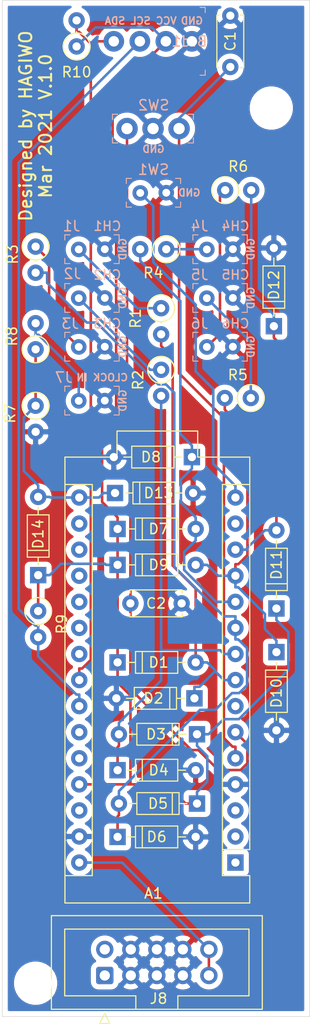
<source format=kicad_pcb>
(kicad_pcb (version 20171130) (host pcbnew "(5.1.9)-1")
  (layers (0 F.Cu signal) (31 B.Cu signal) (34 B.Paste user) (35 F.Paste user) (36 B.SilkS user) (37 F.SilkS user) (38 B.Mask user) (39 F.Mask user) (44 Edge.Cuts user))
  (net 0 "")
  (net 1 "Net-(A1-Pad16)")
  (net 2 "Net-(A1-Pad15)")
  (net 3 "Net-(A1-Pad30)")
  (net 4 "Net-(A1-Pad14)")
  (net 5 GND)
  (net 6 "Net-(A1-Pad13)")
  (net 7 "Net-(A1-Pad28)")
  (net 8 "Net-(A1-Pad12)")
  (net 9 +5V)
  (net 10 "Net-(A1-Pad11)")
  (net 11 "Net-(A1-Pad26)")
  (net 12 "Net-(A1-Pad10)")
  (net 13 "Net-(A1-Pad25)")
  (net 14 "Net-(A1-Pad9)")
  (net 15 "Net-(A1-Pad24)")
  (net 16 "Net-(A1-Pad8)")
  (net 17 "Net-(A1-Pad23)")
  (net 18 "Net-(A1-Pad7)")
  (net 19 "Net-(A1-Pad22)")
  (net 20 "Net-(A1-Pad6)")
  (net 21 "Net-(A1-Pad21)")
  (net 22 "Net-(A1-Pad5)")
  (net 23 "Net-(A1-Pad20)")
  (net 24 "Net-(A1-Pad19)")
  (net 25 "Net-(A1-Pad3)")
  (net 26 "Net-(A1-Pad18)")
  (net 27 "Net-(A1-Pad2)")
  (net 28 "Net-(A1-Pad17)")
  (net 29 "Net-(A1-Pad1)")
  (net 30 "Net-(J1-PadT)")
  (net 31 "Net-(J2-PadT)")
  (net 32 "Net-(J3-PadT)")
  (net 33 "Net-(J4-PadT)")
  (net 34 "Net-(J5-PadT)")
  (net 35 "Net-(J6-PadT)")
  (net 36 "Net-(J7-PadT)")
  (net 37 "Net-(J8-Pad2)")
  (net 38 "Net-(J8-Pad1)")
  (module digikey-footprints:PinHeader_1x4_P2.54mm_Drill1.02mm (layer B.Cu) (at 94.5 40 180)
    (fp_text reference Brd1 (at 0.25 0) (layer B.SilkS) (effects (justify mirror)))
    (fp_text value SSD1306)
    (pad 4 thru_hole circle (at 7.62 0 180) (size 2.02 2.02) (drill 1.02) (layers *.Cu *.Mask) (net 17 "Net-(A1-Pad23)"))
    (pad 3 thru_hole circle (at 5.08 0 180) (size 2.02 2.02) (drill 1.02) (layers *.Cu *.Mask) (net 15 "Net-(A1-Pad24)"))
    (pad 2 thru_hole circle (at 2.54 0 180) (size 2.02 2.02) (drill 1.02) (layers *.Cu *.Mask) (net 9 +5V))
    (pad 1 thru_hole circle (at 0 0 180) (size 2.02 2.02) (drill 1.02) (layers *.Cu *.Mask) (net 5 GND))
  )
  (module Mounting_Holes:MountingHole_3.2mm_M3 (layer F.Cu) (at 79.25 131.75)
    (fp_text reference Mounting hide)
    (fp_text value MountingHole_3.2mm_M3)
    (pad 1 np_thru_hole circle (at 0 0) (size 3.2 3.2) (drill 3.2) (layers *.Cu *.Mask))
  )
  (module Mounting_Holes:MountingHole_3.2mm_M3 (layer F.Cu) (at 102.25 46.5)
    (fp_text reference Mounting hide)
    (fp_text value MountingHole_3.2mm_M3)
    (pad 1 np_thru_hole circle (at 0 0) (size 3.2 3.2) (drill 3.2) (layers *.Cu *.Mask))
  )
  (module digikey-footprints:PinHeader_1x2_P2.54mm (layer B.Cu) (at 92 54.75 180)
    (fp_text reference SW1 (at 1.25 2.25) (layer B.SilkS) (effects (justify mirror)))
    (fp_text value SW_Push)
    (pad 2 thru_hole circle (at 2.54 -0.02 180) (size 1.524 1.524) (drill 0.762) (layers *.Cu *.Mask) (net 2 "Net-(A1-Pad15)"))
    (pad 1 thru_hole circle (at 0 0 180) (size 1.524 1.524) (drill 0.762) (layers *.Cu *.Mask) (net 5 GND))
  )
  (module digikey-footprints:PinHeader_1x3_P2.54_Drill1.1mm (layer B.Cu) (at 93.25 48.5 180)
    (fp_text reference SW2 (at 2.474999 2.275001) (layer B.SilkS) (effects (justify mirror)))
    (fp_text value Rotary_Encoder)
    (pad 3 thru_hole circle (at 5.08 0 180) (size 2.1 2.1) (drill 1.1) (layers *.Cu *.Mask) (net 20 "Net-(A1-Pad6)"))
    (pad 2 thru_hole circle (at 2.54 0 180) (size 2.1 2.1) (drill 1.1) (layers *.Cu *.Mask) (net 5 GND))
    (pad 1 thru_hole circle (at 0 0 180) (size 2.1 2.1) (drill 1.1) (layers *.Cu *.Mask) (net 22 "Net-(A1-Pad5)"))
  )
  (module digikey-footprints:PinHeader_1x2_P2.54mm (layer B.Cu) (at 98.5 60.25 180)
    (fp_text reference J4 (at 3.25 2.25 180) (layer B.SilkS) (effects (justify mirror)))
    (fp_text value CH4)
    (pad 2 thru_hole circle (at 2.54 -0.02 180) (size 1.524 1.524) (drill 0.762) (layers *.Cu *.Mask) (net 33 "Net-(J4-PadT)"))
    (pad 1 thru_hole circle (at 0 0 180) (size 1.524 1.524) (drill 0.762) (layers *.Cu *.Mask) (net 5 GND))
  )
  (module digikey-footprints:PinHeader_1x2_P2.54mm (layer B.Cu) (at 86 69.75 180)
    (fp_text reference J3 (at 3.374999 2.25 180) (layer B.SilkS) (effects (justify mirror)))
    (fp_text value CH3)
    (pad 2 thru_hole circle (at 2.54 -0.02 180) (size 1.524 1.524) (drill 0.762) (layers *.Cu *.Mask) (net 32 "Net-(J3-PadT)"))
    (pad 1 thru_hole circle (at 0 0 180) (size 1.524 1.524) (drill 0.762) (layers *.Cu *.Mask) (net 5 GND))
  )
  (module digikey-footprints:PinHeader_1x2_P2.54mm (layer B.Cu) (at 98.5 69.75 180)
    (fp_text reference J6 (at 3.25 2.25 180) (layer B.SilkS) (effects (justify mirror)))
    (fp_text value CH6)
    (pad 2 thru_hole circle (at 2.54 -0.02 180) (size 1.524 1.524) (drill 0.762) (layers *.Cu *.Mask) (net 35 "Net-(J6-PadT)"))
    (pad 1 thru_hole circle (at 0 0 180) (size 1.524 1.524) (drill 0.762) (layers *.Cu *.Mask) (net 5 GND))
  )
  (module digikey-footprints:PinHeader_1x2_P2.54mm (layer B.Cu) (at 86 75 180)
    (fp_text reference J7 (at 4 2.25 180) (layer B.SilkS) (effects (justify mirror)))
    (fp_text value CLOCK_IN)
    (pad 2 thru_hole circle (at 2.54 -0.02 180) (size 1.524 1.524) (drill 0.762) (layers *.Cu *.Mask) (net 36 "Net-(J7-PadT)"))
    (pad 1 thru_hole circle (at 0 0 180) (size 1.524 1.524) (drill 0.762) (layers *.Cu *.Mask) (net 5 GND))
  )
  (module digikey-footprints:PinHeader_1x2_P2.54mm (layer B.Cu) (at 98.5 65 180)
    (fp_text reference J5 (at 3.25 2.25 180) (layer B.SilkS) (effects (justify mirror)))
    (fp_text value CH5)
    (pad 2 thru_hole circle (at 2.54 -0.02 180) (size 1.524 1.524) (drill 0.762) (layers *.Cu *.Mask) (net 34 "Net-(J5-PadT)"))
    (pad 1 thru_hole circle (at 0 0 180) (size 1.524 1.524) (drill 0.762) (layers *.Cu *.Mask) (net 5 GND))
  )
  (module digikey-footprints:PinHeader_1x2_P2.54mm (layer B.Cu) (at 86 65 180)
    (fp_text reference J2 (at 3.164999 2.365001 180) (layer B.SilkS) (effects (justify mirror)))
    (fp_text value CH2)
    (pad 2 thru_hole circle (at 2.54 -0.02 180) (size 1.524 1.524) (drill 0.762) (layers *.Cu *.Mask) (net 31 "Net-(J2-PadT)"))
    (pad 1 thru_hole circle (at 0 0 180) (size 1.524 1.524) (drill 0.762) (layers *.Cu *.Mask) (net 5 GND))
  )
  (module digikey-footprints:PinHeader_1x2_P2.54mm (layer B.Cu) (at 86 60.25 180)
    (fp_text reference J1 (at 3.25 2.25 180) (layer B.SilkS) (effects (justify mirror)))
    (fp_text value CH1)
    (pad 2 thru_hole circle (at 2.54 -0.02 180) (size 1.524 1.524) (drill 0.762) (layers *.Cu *.Mask) (net 30 "Net-(J1-PadT)"))
    (pad 1 thru_hole circle (at 0 0 180) (size 1.524 1.524) (drill 0.762) (layers *.Cu *.Mask) (net 5 GND))
  )
  (module Resistors_THT:R_Axial_DIN0207_L6.3mm_D2.5mm_P2.54mm_Vertical (layer F.Cu) (at 83.25 40.5 90)
    (fp_text reference R10 (at -2.5 0) (layer F.SilkS))
    (fp_text value 3.3k)
    (pad 1 thru_hole circle (at 0 0 90) (size 1.6 1.6) (drill 0.8) (layers *.Cu *.Mask) (net 9 +5V))
    (pad 2 thru_hole oval (at 2.54 0 90) (size 1.6 1.6) (drill 0.8) (layers *.Cu *.Mask) (net 17 "Net-(A1-Pad23)"))
  )
  (module Resistors_THT:R_Axial_DIN0207_L6.3mm_D2.5mm_P2.54mm_Vertical (layer F.Cu) (at 79.5 95.5 270)
    (fp_text reference R9 (at 1.27 -2.31 90) (layer F.SilkS))
    (fp_text value 3.3k)
    (pad 1 thru_hole circle (at 0 0 270) (size 1.6 1.6) (drill 0.8) (layers *.Cu *.Mask) (net 9 +5V))
    (pad 2 thru_hole oval (at 2.54 0 270) (size 1.6 1.6) (drill 0.8) (layers *.Cu *.Mask) (net 15 "Net-(A1-Pad24)"))
  )
  (module Resistors_THT:R_Axial_DIN0207_L6.3mm_D2.5mm_P2.54mm_Vertical (layer F.Cu) (at 79.25 70 90)
    (fp_text reference R8 (at 1.27 -2.31 90) (layer F.SilkS))
    (fp_text value 470R)
    (pad 1 thru_hole circle (at 0 0 90) (size 1.6 1.6) (drill 0.8) (layers *.Cu *.Mask) (net 1 "Net-(A1-Pad16)"))
    (pad 2 thru_hole oval (at 2.54 0 90) (size 1.6 1.6) (drill 0.8) (layers *.Cu *.Mask) (net 36 "Net-(J7-PadT)"))
  )
  (module Resistors_THT:R_Axial_DIN0207_L6.3mm_D2.5mm_P2.54mm_Vertical (layer F.Cu) (at 79.25 75.5 270)
    (fp_text reference R7 (at 0.75 2.5 90) (layer F.SilkS))
    (fp_text value 100k)
    (pad 1 thru_hole circle (at 0 0 270) (size 1.6 1.6) (drill 0.8) (layers *.Cu *.Mask) (net 1 "Net-(A1-Pad16)"))
    (pad 2 thru_hole oval (at 2.54 0 270) (size 1.6 1.6) (drill 0.8) (layers *.Cu *.Mask) (net 5 GND))
  )
  (module Resistors_THT:R_Axial_DIN0207_L6.3mm_D2.5mm_P2.54mm_Vertical (layer F.Cu) (at 97.75 54.5)
    (fp_text reference R6 (at 1.27 -2.31) (layer F.SilkS))
    (fp_text value 470R)
    (pad 1 thru_hole circle (at 0 0) (size 1.6 1.6) (drill 0.8) (layers *.Cu *.Mask) (net 35 "Net-(J6-PadT)"))
    (pad 2 thru_hole oval (at 2.54 0) (size 1.6 1.6) (drill 0.8) (layers *.Cu *.Mask) (net 6 "Net-(A1-Pad13)"))
  )
  (module Resistors_THT:R_Axial_DIN0207_L6.3mm_D2.5mm_P2.54mm_Vertical (layer F.Cu) (at 100.25 74.75 180)
    (fp_text reference R5 (at 1.27 2.25) (layer F.SilkS))
    (fp_text value 470R)
    (pad 1 thru_hole circle (at 0 0 180) (size 1.6 1.6) (drill 0.8) (layers *.Cu *.Mask) (net 34 "Net-(J5-PadT)"))
    (pad 2 thru_hole oval (at 2.54 0 180) (size 1.6 1.6) (drill 0.8) (layers *.Cu *.Mask) (net 8 "Net-(A1-Pad12)"))
  )
  (module Resistors_THT:R_Axial_DIN0207_L6.3mm_D2.5mm_P2.54mm_Vertical (layer F.Cu) (at 92 60.25 180)
    (fp_text reference R4 (at 1.27 -2.31) (layer F.SilkS))
    (fp_text value 470R)
    (pad 1 thru_hole circle (at 0 0 180) (size 1.6 1.6) (drill 0.8) (layers *.Cu *.Mask) (net 33 "Net-(J4-PadT)"))
    (pad 2 thru_hole oval (at 2.54 0 180) (size 1.6 1.6) (drill 0.8) (layers *.Cu *.Mask) (net 10 "Net-(A1-Pad11)"))
  )
  (module Resistors_THT:R_Axial_DIN0207_L6.3mm_D2.5mm_P2.54mm_Vertical (layer F.Cu) (at 79.25 60 270)
    (fp_text reference R3 (at 0.75 2.25 90) (layer F.SilkS))
    (fp_text value 470R)
    (pad 1 thru_hole circle (at 0 0 270) (size 1.6 1.6) (drill 0.8) (layers *.Cu *.Mask) (net 32 "Net-(J3-PadT)"))
    (pad 2 thru_hole oval (at 2.54 0 270) (size 1.6 1.6) (drill 0.8) (layers *.Cu *.Mask) (net 12 "Net-(A1-Pad10)"))
  )
  (module Resistors_THT:R_Axial_DIN0207_L6.3mm_D2.5mm_P2.54mm_Vertical (layer F.Cu) (at 91.5 72 270)
    (fp_text reference R2 (at 1 2.25 90) (layer F.SilkS))
    (fp_text value 470R)
    (pad 1 thru_hole circle (at 0 0 270) (size 1.6 1.6) (drill 0.8) (layers *.Cu *.Mask) (net 31 "Net-(J2-PadT)"))
    (pad 2 thru_hole oval (at 2.54 0 270) (size 1.6 1.6) (drill 0.8) (layers *.Cu *.Mask) (net 14 "Net-(A1-Pad9)"))
  )
  (module Resistors_THT:R_Axial_DIN0207_L6.3mm_D2.5mm_P2.54mm_Vertical (layer F.Cu) (at 91.5 66 270)
    (fp_text reference R1 (at 1 2.5 90) (layer F.SilkS))
    (fp_text value 470R)
    (pad 1 thru_hole circle (at 0 0 270) (size 1.6 1.6) (drill 0.8) (layers *.Cu *.Mask) (net 30 "Net-(J1-PadT)"))
    (pad 2 thru_hole oval (at 2.54 0 270) (size 1.6 1.6) (drill 0.8) (layers *.Cu *.Mask) (net 16 "Net-(A1-Pad8)"))
  )
  (module Connector_IDC:IDC-Header_2x05_P2.54mm_Vertical (layer F.Cu) (at 86 131 90)
    (fp_text reference J8 (at -2.25 5.25 180) (layer F.SilkS))
    (fp_text value POWER)
    (pad 10 thru_hole circle (at 2.54 10.16 90) (size 1.7 1.7) (drill 1) (layers *.Cu *.Mask) (net 3 "Net-(A1-Pad30)"))
    (pad 8 thru_hole circle (at 2.54 7.62 90) (size 1.7 1.7) (drill 1) (layers *.Cu *.Mask) (net 5 GND))
    (pad 6 thru_hole circle (at 2.54 5.08 90) (size 1.7 1.7) (drill 1) (layers *.Cu *.Mask) (net 5 GND))
    (pad 4 thru_hole circle (at 2.54 2.54 90) (size 1.7 1.7) (drill 1) (layers *.Cu *.Mask) (net 5 GND))
    (pad 2 thru_hole circle (at 2.54 0 90) (size 1.7 1.7) (drill 1) (layers *.Cu *.Mask) (net 37 "Net-(J8-Pad2)"))
    (pad 9 thru_hole circle (at 0 10.16 90) (size 1.7 1.7) (drill 1) (layers *.Cu *.Mask) (net 3 "Net-(A1-Pad30)"))
    (pad 7 thru_hole circle (at 0 7.62 90) (size 1.7 1.7) (drill 1) (layers *.Cu *.Mask) (net 5 GND))
    (pad 5 thru_hole circle (at 0 5.08 90) (size 1.7 1.7) (drill 1) (layers *.Cu *.Mask) (net 5 GND))
    (pad 3 thru_hole circle (at 0 2.54 90) (size 1.7 1.7) (drill 1) (layers *.Cu *.Mask) (net 5 GND))
    (pad 1 thru_hole roundrect (at 0 0 90) (size 1.7 1.7) (drill 1) (layers *.Cu *.Mask) (roundrect_rratio 0.147059) (net 38 "Net-(J8-Pad1)"))
  )
  (module Diodes_THT:D_DO-35_SOD27_P7.62mm_Horizontal (layer F.Cu) (at 79.5 92 90)
    (fp_text reference D14 (at 4 0 90) (layer F.SilkS))
    (fp_text value BAT43)
    (pad 1 thru_hole rect (at 0 0 90) (size 1.6 1.6) (drill 0.8) (layers *.Cu *.Mask) (net 9 +5V))
    (pad 2 thru_hole oval (at 7.62 0 90) (size 1.6 1.6) (drill 0.8) (layers *.Cu *.Mask) (net 1 "Net-(A1-Pad16)"))
  )
  (module Diodes_THT:D_DO-35_SOD27_P7.62mm_Horizontal (layer F.Cu) (at 87 84)
    (fp_text reference D13 (at 4.25 0) (layer F.SilkS))
    (fp_text value BAT43)
    (pad 1 thru_hole rect (at 0 0) (size 1.6 1.6) (drill 0.8) (layers *.Cu *.Mask) (net 1 "Net-(A1-Pad16)"))
    (pad 2 thru_hole oval (at 7.62 0) (size 1.6 1.6) (drill 0.8) (layers *.Cu *.Mask) (net 5 GND))
  )
  (module Diodes_THT:D_DO-35_SOD27_P7.62mm_Horizontal (layer F.Cu) (at 102.5 67.75 90)
    (fp_text reference D12 (at 4 0 90) (layer F.SilkS))
    (fp_text value BAT43)
    (pad 1 thru_hole rect (at 0 0 90) (size 1.6 1.6) (drill 0.8) (layers *.Cu *.Mask) (net 6 "Net-(A1-Pad13)"))
    (pad 2 thru_hole oval (at 7.62 0 90) (size 1.6 1.6) (drill 0.8) (layers *.Cu *.Mask) (net 5 GND))
  )
  (module Diodes_THT:D_DO-35_SOD27_P7.62mm_Horizontal (layer F.Cu) (at 102.75 95.25 90)
    (fp_text reference D11 (at 4.25 0 90) (layer F.SilkS))
    (fp_text value BAT43)
    (pad 1 thru_hole rect (at 0 0 90) (size 1.6 1.6) (drill 0.8) (layers *.Cu *.Mask) (net 9 +5V))
    (pad 2 thru_hole oval (at 7.62 0 90) (size 1.6 1.6) (drill 0.8) (layers *.Cu *.Mask) (net 6 "Net-(A1-Pad13)"))
  )
  (module Diodes_THT:D_DO-35_SOD27_P7.62mm_Horizontal (layer F.Cu) (at 102.75 99.5 270)
    (fp_text reference D10 (at 4 0 90) (layer F.SilkS))
    (fp_text value BAT43)
    (pad 1 thru_hole rect (at 0 0 270) (size 1.6 1.6) (drill 0.8) (layers *.Cu *.Mask) (net 8 "Net-(A1-Pad12)"))
    (pad 2 thru_hole oval (at 7.62 0 270) (size 1.6 1.6) (drill 0.8) (layers *.Cu *.Mask) (net 5 GND))
  )
  (module Diodes_THT:D_DO-35_SOD27_P7.62mm_Horizontal (layer F.Cu) (at 87.25 91)
    (fp_text reference D9 (at 4 0) (layer F.SilkS))
    (fp_text value BAT43)
    (pad 1 thru_hole rect (at 0 0) (size 1.6 1.6) (drill 0.8) (layers *.Cu *.Mask) (net 9 +5V))
    (pad 2 thru_hole oval (at 7.62 0) (size 1.6 1.6) (drill 0.8) (layers *.Cu *.Mask) (net 8 "Net-(A1-Pad12)"))
  )
  (module Diodes_THT:D_DO-35_SOD27_P7.62mm_Horizontal (layer F.Cu) (at 94.5 80.5 180)
    (fp_text reference D8 (at 4 0) (layer F.SilkS))
    (fp_text value BAT43)
    (pad 1 thru_hole rect (at 0 0 180) (size 1.6 1.6) (drill 0.8) (layers *.Cu *.Mask) (net 10 "Net-(A1-Pad11)"))
    (pad 2 thru_hole oval (at 7.62 0 180) (size 1.6 1.6) (drill 0.8) (layers *.Cu *.Mask) (net 5 GND))
  )
  (module Diodes_THT:D_DO-35_SOD27_P7.62mm_Horizontal (layer F.Cu) (at 87.25 87.5)
    (fp_text reference D7 (at 4 0) (layer F.SilkS))
    (fp_text value BAT43)
    (pad 1 thru_hole rect (at 0 0) (size 1.6 1.6) (drill 0.8) (layers *.Cu *.Mask) (net 9 +5V))
    (pad 2 thru_hole oval (at 7.62 0) (size 1.6 1.6) (drill 0.8) (layers *.Cu *.Mask) (net 10 "Net-(A1-Pad11)"))
  )
  (module Diodes_THT:D_DO-35_SOD27_P7.62mm_Horizontal (layer F.Cu) (at 87.25 117.5)
    (fp_text reference D6 (at 3.81 0) (layer F.SilkS))
    (fp_text value BAT43)
    (pad 1 thru_hole rect (at 0 0) (size 1.6 1.6) (drill 0.8) (layers *.Cu *.Mask) (net 12 "Net-(A1-Pad10)"))
    (pad 2 thru_hole oval (at 7.62 0) (size 1.6 1.6) (drill 0.8) (layers *.Cu *.Mask) (net 5 GND))
  )
  (module Diodes_THT:D_DO-35_SOD27_P7.62mm_Horizontal (layer F.Cu) (at 95 114.25 180)
    (fp_text reference D5 (at 3.81 0) (layer F.SilkS))
    (fp_text value BAT43)
    (pad 1 thru_hole rect (at 0 0 180) (size 1.6 1.6) (drill 0.8) (layers *.Cu *.Mask) (net 9 +5V))
    (pad 2 thru_hole oval (at 7.62 0 180) (size 1.6 1.6) (drill 0.8) (layers *.Cu *.Mask) (net 12 "Net-(A1-Pad10)"))
  )
  (module Diodes_THT:D_DO-35_SOD27_P7.62mm_Horizontal (layer F.Cu) (at 87.25 111)
    (fp_text reference D4 (at 4 0) (layer F.SilkS))
    (fp_text value BAT43)
    (pad 1 thru_hole rect (at 0 0) (size 1.6 1.6) (drill 0.8) (layers *.Cu *.Mask) (net 14 "Net-(A1-Pad9)"))
    (pad 2 thru_hole oval (at 7.62 0) (size 1.6 1.6) (drill 0.8) (layers *.Cu *.Mask) (net 5 GND))
  )
  (module Diodes_THT:D_DO-35_SOD27_P7.62mm_Horizontal (layer F.Cu) (at 95 107.5 180)
    (fp_text reference D3 (at 4 0) (layer F.SilkS))
    (fp_text value BAT43)
    (pad 1 thru_hole rect (at 0 0 180) (size 1.6 1.6) (drill 0.8) (layers *.Cu *.Mask) (net 9 +5V))
    (pad 2 thru_hole oval (at 7.62 0 180) (size 1.6 1.6) (drill 0.8) (layers *.Cu *.Mask) (net 14 "Net-(A1-Pad9)"))
  )
  (module Diodes_THT:D_DO-35_SOD27_P7.62mm_Horizontal (layer F.Cu) (at 94.75 104 180)
    (fp_text reference D2 (at 4 0) (layer F.SilkS))
    (fp_text value BAT43)
    (pad 1 thru_hole rect (at 0 0 180) (size 1.6 1.6) (drill 0.8) (layers *.Cu *.Mask) (net 16 "Net-(A1-Pad8)"))
    (pad 2 thru_hole oval (at 7.62 0 180) (size 1.6 1.6) (drill 0.8) (layers *.Cu *.Mask) (net 5 GND))
  )
  (module Diodes_THT:D_DO-35_SOD27_P7.62mm_Horizontal (layer F.Cu) (at 87.25 100.5)
    (fp_text reference D1 (at 4 0) (layer F.SilkS))
    (fp_text value BAT43)
    (pad 1 thru_hole rect (at 0 0) (size 1.6 1.6) (drill 0.8) (layers *.Cu *.Mask) (net 9 +5V))
    (pad 2 thru_hole oval (at 7.62 0) (size 1.6 1.6) (drill 0.8) (layers *.Cu *.Mask) (net 16 "Net-(A1-Pad8)"))
  )
  (module Capacitors_THT:C_Disc_D5.0mm_W2.5mm_P5.00mm (layer F.Cu) (at 88.5 94.75)
    (fp_text reference C2 (at 2.5 0) (layer F.SilkS))
    (fp_text value C)
    (pad 1 thru_hole circle (at 0 0) (size 1.6 1.6) (drill 0.8) (layers *.Cu *.Mask) (net 20 "Net-(A1-Pad6)"))
    (pad 2 thru_hole circle (at 5 0) (size 1.6 1.6) (drill 0.8) (layers *.Cu *.Mask) (net 5 GND))
  )
  (module Capacitors_THT:C_Disc_D5.0mm_W2.5mm_P5.00mm (layer F.Cu) (at 98.25 42.5 90)
    (fp_text reference C1 (at 2.5 0 90) (layer F.SilkS))
    (fp_text value 0.01uF)
    (pad 1 thru_hole circle (at 0 0 90) (size 1.6 1.6) (drill 0.8) (layers *.Cu *.Mask) (net 22 "Net-(A1-Pad5)"))
    (pad 2 thru_hole circle (at 5 0 90) (size 1.6 1.6) (drill 0.8) (layers *.Cu *.Mask) (net 5 GND))
  )
  (module Arduino:Arduino_Nano (layer F.Cu) (at 98.75 120 180)
    (fp_text reference A1 (at 8 -3) (layer F.SilkS))
    (fp_text value Arduino_Nano_v3.x)
    (pad 16 thru_hole oval (at 15.24 35.56 180) (size 1.6 1.6) (drill 0.8) (layers *.Cu *.Mask) (net 1 "Net-(A1-Pad16)"))
    (pad 15 thru_hole oval (at 0 35.56 180) (size 1.6 1.6) (drill 0.8) (layers *.Cu *.Mask) (net 2 "Net-(A1-Pad15)"))
    (pad 30 thru_hole oval (at 15.24 0 180) (size 1.6 1.6) (drill 0.8) (layers *.Cu *.Mask) (net 3 "Net-(A1-Pad30)"))
    (pad 14 thru_hole oval (at 0 33.02 180) (size 1.6 1.6) (drill 0.8) (layers *.Cu *.Mask) (net 4 "Net-(A1-Pad14)"))
    (pad 29 thru_hole oval (at 15.24 2.54 180) (size 1.6 1.6) (drill 0.8) (layers *.Cu *.Mask) (net 5 GND))
    (pad 13 thru_hole oval (at 0 30.48 180) (size 1.6 1.6) (drill 0.8) (layers *.Cu *.Mask) (net 6 "Net-(A1-Pad13)"))
    (pad 28 thru_hole oval (at 15.24 5.08 180) (size 1.6 1.6) (drill 0.8) (layers *.Cu *.Mask) (net 7 "Net-(A1-Pad28)"))
    (pad 12 thru_hole oval (at 0 27.94 180) (size 1.6 1.6) (drill 0.8) (layers *.Cu *.Mask) (net 8 "Net-(A1-Pad12)"))
    (pad 27 thru_hole oval (at 15.24 7.62 180) (size 1.6 1.6) (drill 0.8) (layers *.Cu *.Mask) (net 9 +5V))
    (pad 11 thru_hole oval (at 0 25.4 180) (size 1.6 1.6) (drill 0.8) (layers *.Cu *.Mask) (net 10 "Net-(A1-Pad11)"))
    (pad 26 thru_hole oval (at 15.24 10.16 180) (size 1.6 1.6) (drill 0.8) (layers *.Cu *.Mask) (net 11 "Net-(A1-Pad26)"))
    (pad 10 thru_hole oval (at 0 22.86 180) (size 1.6 1.6) (drill 0.8) (layers *.Cu *.Mask) (net 12 "Net-(A1-Pad10)"))
    (pad 25 thru_hole oval (at 15.24 12.7 180) (size 1.6 1.6) (drill 0.8) (layers *.Cu *.Mask) (net 13 "Net-(A1-Pad25)"))
    (pad 9 thru_hole oval (at 0 20.32 180) (size 1.6 1.6) (drill 0.8) (layers *.Cu *.Mask) (net 14 "Net-(A1-Pad9)"))
    (pad 24 thru_hole oval (at 15.24 15.24 180) (size 1.6 1.6) (drill 0.8) (layers *.Cu *.Mask) (net 15 "Net-(A1-Pad24)"))
    (pad 8 thru_hole oval (at 0 17.78 180) (size 1.6 1.6) (drill 0.8) (layers *.Cu *.Mask) (net 16 "Net-(A1-Pad8)"))
    (pad 23 thru_hole oval (at 15.24 17.78 180) (size 1.6 1.6) (drill 0.8) (layers *.Cu *.Mask) (net 17 "Net-(A1-Pad23)"))
    (pad 7 thru_hole oval (at 0 15.24 180) (size 1.6 1.6) (drill 0.8) (layers *.Cu *.Mask) (net 18 "Net-(A1-Pad7)"))
    (pad 22 thru_hole oval (at 15.24 20.32 180) (size 1.6 1.6) (drill 0.8) (layers *.Cu *.Mask) (net 19 "Net-(A1-Pad22)"))
    (pad 6 thru_hole oval (at 0 12.7 180) (size 1.6 1.6) (drill 0.8) (layers *.Cu *.Mask) (net 20 "Net-(A1-Pad6)"))
    (pad 21 thru_hole oval (at 15.24 22.86 180) (size 1.6 1.6) (drill 0.8) (layers *.Cu *.Mask) (net 21 "Net-(A1-Pad21)"))
    (pad 5 thru_hole oval (at 0 10.16 180) (size 1.6 1.6) (drill 0.8) (layers *.Cu *.Mask) (net 22 "Net-(A1-Pad5)"))
    (pad 20 thru_hole oval (at 15.24 25.4 180) (size 1.6 1.6) (drill 0.8) (layers *.Cu *.Mask) (net 23 "Net-(A1-Pad20)"))
    (pad 4 thru_hole oval (at 0 7.62 180) (size 1.6 1.6) (drill 0.8) (layers *.Cu *.Mask) (net 5 GND))
    (pad 19 thru_hole oval (at 15.24 27.94 180) (size 1.6 1.6) (drill 0.8) (layers *.Cu *.Mask) (net 24 "Net-(A1-Pad19)"))
    (pad 3 thru_hole oval (at 0 5.08 180) (size 1.6 1.6) (drill 0.8) (layers *.Cu *.Mask) (net 25 "Net-(A1-Pad3)"))
    (pad 18 thru_hole oval (at 15.24 30.48 180) (size 1.6 1.6) (drill 0.8) (layers *.Cu *.Mask) (net 26 "Net-(A1-Pad18)"))
    (pad 2 thru_hole oval (at 0 2.54 180) (size 1.6 1.6) (drill 0.8) (layers *.Cu *.Mask) (net 27 "Net-(A1-Pad2)"))
    (pad 17 thru_hole oval (at 15.24 33.02 180) (size 1.6 1.6) (drill 0.8) (layers *.Cu *.Mask) (net 28 "Net-(A1-Pad17)"))
    (pad 1 thru_hole rect (at 0 0 180) (size 1.6 1.6) (drill 0.8) (layers *.Cu *.Mask) (net 29 "Net-(A1-Pad1)"))
  )
  (gr_text GND (at 100.25 60.25 90) (layer B.SilkS) (effects (font (size 0.7 0.7)) (justify mirror)))
  (gr_text GND (at 100.25 65 90) (layer B.SilkS) (effects (font (size 0.7 0.7)) (justify mirror)))
  (gr_text GND (at 100.25 69.75 90) (layer B.SilkS) (effects (font (size 0.7 0.7)) (justify mirror)))
  (gr_text GND (at 87.75 75 90) (layer B.SilkS) (effects (font (size 0.7 0.7)) (justify mirror)))
  (gr_text GND (at 87.75 69.75 90) (layer B.SilkS) (effects (font (size 0.7 0.7)) (justify mirror)))
  (gr_text GND (at 87.75 65 90) (layer B.SilkS) (effects (font (size 0.7 0.7)) (justify mirror)))
  (gr_text GND (at 87.75 60.25 90) (layer B.SilkS) (effects (font (size 0.7 0.7)) (justify mirror)))
  (gr_text "CLOCK IN" (at 85.75 72.75) (layer B.SilkS) (effects (font (size 0.7 0.7)) (justify mirror)))
  (gr_text CH6 (at 98.75 67.5) (layer B.SilkS) (effects (font (size 0.9 0.9)) (justify mirror)))
  (gr_text CH5 (at 98.75 62.75) (layer B.SilkS) (effects (font (size 0.9 0.9)) (justify mirror)))
  (gr_text CH4 (at 98.75 58) (layer B.SilkS) (effects (font (size 0.9 0.9)) (justify mirror)))
  (gr_text CH3 (at 86.25 67.5) (layer B.SilkS) (effects (font (size 0.9 0.9)) (justify mirror)))
  (gr_text CH2 (at 86.25 62.75) (layer B.SilkS) (effects (font (size 0.9 0.9)) (justify mirror)))
  (gr_text CH1 (at 86.25 58) (layer B.SilkS) (effects (font (size 0.9 0.9)) (justify mirror)))
  (gr_text GND (at 94.25 54.75) (layer B.SilkS) (effects (font (size 0.7 0.7)) (justify mirror)))
  (gr_text GND (at 90.75 50.5) (layer B.SilkS) (effects (font (size 0.7 0.7)) (justify mirror)))
  (gr_text SDA (at 87 38) (layer B.SilkS) (effects (font (size 0.7 0.7)) (justify mirror)))
  (gr_text SCL (at 89.5 38) (layer B.SilkS) (effects (font (size 0.7 0.7)) (justify mirror)))
  (gr_text VCC (at 92 38) (layer B.SilkS) (effects (font (size 0.7 0.7)) (justify mirror)))
  (gr_text GND (at 94.5 38) (layer B.SilkS) (effects (font (size 0.7 0.7)) (justify mirror)))
  (gr_text "Designed by HAGIWO\nMar 2021 V.1.0" (at 79.25 48.25 90) (layer F.SilkS) (effects (font (size 1.2 1.2) (thickness 0.2))))
  (gr_line (start 76 135) (end 106 135) (layer Edge.Cuts) (width 0.05))
  (gr_line (start 76 36) (end 106 36) (layer Edge.Cuts) (width 0.05))
  (gr_line (start 106 36) (end 106 135) (layer Edge.Cuts) (width 0.05))
  (gr_line (start 76 36) (end 76 135) (layer Edge.Cuts) (width 0.05))
  (segment (start 79.5 84.38) (end 80.6253 84.38) (width 0.25) (layer B.Cu) (net 1))
  (segment (start 83.51 84.44) (end 80.6853 84.44) (width 0.25) (layer B.Cu) (net 1))
  (segment (start 80.6853 84.44) (end 80.6253 84.38) (width 0.25) (layer B.Cu) (net 1))
  (segment (start 85.8747 84) (end 85.4347 84.44) (width 0.25) (layer B.Cu) (net 1))
  (segment (start 85.4347 84.44) (end 83.51 84.44) (width 0.25) (layer B.Cu) (net 1))
  (segment (start 79.25 75.5) (end 79.25 70) (width 0.25) (layer F.Cu) (net 1))
  (segment (start 79.5 84.38) (end 79.5 83.2547) (width 0.25) (layer B.Cu) (net 1))
  (segment (start 79.5 83.2547) (end 78.1006 81.8553) (width 0.25) (layer B.Cu) (net 1))
  (segment (start 78.1006 81.8553) (end 78.1006 76.6494) (width 0.25) (layer B.Cu) (net 1))
  (segment (start 78.1006 76.6494) (end 79.25 75.5) (width 0.25) (layer B.Cu) (net 1))
  (segment (start 87 84) (end 85.8747 84) (width 0.25) (layer B.Cu) (net 1))
  (segment (start 98.75 84.44) (end 98.75 83.3147) (width 0.25) (layer B.Cu) (net 2))
  (segment (start 98.75 83.3147) (end 96.5846 81.1493) (width 0.25) (layer B.Cu) (net 2))
  (segment (start 96.5846 81.1493) (end 96.5846 73.8688) (width 0.25) (layer B.Cu) (net 2))
  (segment (start 96.5846 73.8688) (end 94.8726 72.1568) (width 0.25) (layer B.Cu) (net 2))
  (segment (start 94.8726 72.1568) (end 94.8726 65.6578) (width 0.25) (layer B.Cu) (net 2))
  (segment (start 94.8726 65.6578) (end 90.73 61.5152) (width 0.25) (layer B.Cu) (net 2))
  (segment (start 90.73 61.5152) (end 90.73 56.04) (width 0.25) (layer B.Cu) (net 2))
  (segment (start 90.73 56.04) (end 89.46 54.77) (width 0.25) (layer B.Cu) (net 2))
  (segment (start 96.16 131) (end 96.16 128.46) (width 0.25) (layer F.Cu) (net 3))
  (segment (start 83.51 120) (end 87.7 120) (width 0.25) (layer B.Cu) (net 3))
  (segment (start 87.7 120) (end 96.16 128.46) (width 0.25) (layer B.Cu) (net 3))
  (segment (start 102.5 67.75) (end 102.5 66.6247) (width 0.25) (layer B.Cu) (net 6))
  (segment (start 102.5 66.6247) (end 100.29 64.4147) (width 0.25) (layer B.Cu) (net 6))
  (segment (start 100.29 64.4147) (end 100.29 54.5) (width 0.25) (layer B.Cu) (net 6))
  (segment (start 102.5 67.75) (end 102.5 68.8753) (width 0.25) (layer F.Cu) (net 6))
  (segment (start 102.75 87.63) (end 102.75 69.1253) (width 0.25) (layer F.Cu) (net 6))
  (segment (start 102.75 69.1253) (end 102.5 68.8753) (width 0.25) (layer F.Cu) (net 6))
  (segment (start 98.75 89.52) (end 99.8753 89.52) (width 0.25) (layer B.Cu) (net 6))
  (segment (start 102.75 87.63) (end 101.6247 87.63) (width 0.25) (layer B.Cu) (net 6))
  (segment (start 99.8753 89.52) (end 99.8753 89.3794) (width 0.25) (layer B.Cu) (net 6))
  (segment (start 99.8753 89.3794) (end 101.6247 87.63) (width 0.25) (layer B.Cu) (net 6))
  (segment (start 102.75 99.5) (end 102.75 98.3747) (width 0.25) (layer B.Cu) (net 8))
  (segment (start 98.75 92.06) (end 98.75 93.1853) (width 0.25) (layer B.Cu) (net 8))
  (segment (start 98.75 93.1853) (end 99.0314 93.1853) (width 0.25) (layer B.Cu) (net 8))
  (segment (start 99.0314 93.1853) (end 101.6247 95.7786) (width 0.25) (layer B.Cu) (net 8))
  (segment (start 101.6247 95.7786) (end 101.6247 97.2494) (width 0.25) (layer B.Cu) (net 8))
  (segment (start 101.6247 97.2494) (end 102.75 98.3747) (width 0.25) (layer B.Cu) (net 8))
  (segment (start 95.9953 91) (end 97.0553 92.06) (width 0.25) (layer B.Cu) (net 8))
  (segment (start 97.0553 92.06) (end 98.75 92.06) (width 0.25) (layer B.Cu) (net 8))
  (segment (start 94.87 91) (end 95.9953 91) (width 0.25) (layer B.Cu) (net 8))
  (segment (start 97.71 74.75) (end 97.71 75.8753) (width 0.25) (layer F.Cu) (net 8))
  (segment (start 98.75 92.06) (end 98.75 90.9347) (width 0.25) (layer F.Cu) (net 8))
  (segment (start 98.75 90.9347) (end 99.0313 90.9347) (width 0.25) (layer F.Cu) (net 8))
  (segment (start 99.0313 90.9347) (end 99.9211 90.0449) (width 0.25) (layer F.Cu) (net 8))
  (segment (start 99.9211 90.0449) (end 99.9211 78.0864) (width 0.25) (layer F.Cu) (net 8))
  (segment (start 99.9211 78.0864) (end 97.71 75.8753) (width 0.25) (layer F.Cu) (net 8))
  (segment (start 91.96 40) (end 90.6092 38.6492) (width 0.25) (layer B.Cu) (net 9))
  (segment (start 90.6092 38.6492) (end 85.1008 38.6492) (width 0.25) (layer B.Cu) (net 9))
  (segment (start 85.1008 38.6492) (end 83.25 40.5) (width 0.25) (layer B.Cu) (net 9))
  (segment (start 88.5054 112.38) (end 83.51 112.38) (width 0.25) (layer F.Cu) (net 9))
  (segment (start 87.25 100.5) (end 87.25 102.4746) (width 0.25) (layer F.Cu) (net 9))
  (segment (start 87.25 102.4746) (end 88.5054 103.73) (width 0.25) (layer F.Cu) (net 9))
  (segment (start 88.5054 103.73) (end 88.5054 112.38) (width 0.25) (layer F.Cu) (net 9))
  (segment (start 88.5054 112.38) (end 92.0047 112.38) (width 0.25) (layer F.Cu) (net 9))
  (segment (start 92.0047 112.38) (end 93.8747 114.25) (width 0.25) (layer F.Cu) (net 9))
  (segment (start 87.25 91) (end 87.25 100.5) (width 0.25) (layer F.Cu) (net 9))
  (segment (start 95 114.25) (end 93.8747 114.25) (width 0.25) (layer F.Cu) (net 9))
  (segment (start 87.25 87.5) (end 87.25 86.3747) (width 0.25) (layer F.Cu) (net 9))
  (segment (start 87.25 86.3747) (end 85.7379 84.8626) (width 0.25) (layer F.Cu) (net 9))
  (segment (start 85.7379 84.8626) (end 85.7379 78.828) (width 0.25) (layer F.Cu) (net 9))
  (segment (start 85.7379 78.828) (end 87.11 77.4559) (width 0.25) (layer F.Cu) (net 9))
  (segment (start 87.11 77.4559) (end 87.11 49.9957) (width 0.25) (layer F.Cu) (net 9))
  (segment (start 87.11 49.9957) (end 86.7629 49.6486) (width 0.25) (layer F.Cu) (net 9))
  (segment (start 86.7629 49.6486) (end 86.7629 45.1971) (width 0.25) (layer F.Cu) (net 9))
  (segment (start 86.7629 45.1971) (end 91.96 40) (width 0.25) (layer F.Cu) (net 9))
  (segment (start 87.25 91) (end 87.25 87.5) (width 0.25) (layer F.Cu) (net 9))
  (segment (start 79.5 95.5) (end 79.5 92) (width 0.25) (layer F.Cu) (net 9))
  (segment (start 95 107.5) (end 96.1253 107.5) (width 0.25) (layer B.Cu) (net 9))
  (segment (start 102.75 95.25) (end 102.75 96.3753) (width 0.25) (layer B.Cu) (net 9))
  (segment (start 102.75 96.3753) (end 103.9171 97.5424) (width 0.25) (layer B.Cu) (net 9))
  (segment (start 103.9171 97.5424) (end 103.9171 101.2024) (width 0.25) (layer B.Cu) (net 9))
  (segment (start 103.9171 101.2024) (end 99.0895 106.03) (width 0.25) (layer B.Cu) (net 9))
  (segment (start 99.0895 106.03) (end 97.5953 106.03) (width 0.25) (layer B.Cu) (net 9))
  (segment (start 97.5953 106.03) (end 96.1253 107.5) (width 0.25) (layer B.Cu) (net 9))
  (segment (start 79.5 92) (end 80.6253 92) (width 0.25) (layer B.Cu) (net 9))
  (segment (start 87.25 91) (end 86.1247 91) (width 0.25) (layer B.Cu) (net 9))
  (segment (start 86.1247 91) (end 86.0197 90.895) (width 0.25) (layer B.Cu) (net 9))
  (segment (start 86.0197 90.895) (end 81.7303 90.895) (width 0.25) (layer B.Cu) (net 9))
  (segment (start 81.7303 90.895) (end 80.6253 92) (width 0.25) (layer B.Cu) (net 9))
  (segment (start 95 114.25) (end 95 113.1247) (width 0.25) (layer B.Cu) (net 9))
  (segment (start 95 107.5) (end 95 108.6253) (width 0.25) (layer B.Cu) (net 9))
  (segment (start 95 108.6253) (end 96.0053 109.6306) (width 0.25) (layer B.Cu) (net 9))
  (segment (start 96.0053 109.6306) (end 96.0053 112.1194) (width 0.25) (layer B.Cu) (net 9))
  (segment (start 96.0053 112.1194) (end 95 113.1247) (width 0.25) (layer B.Cu) (net 9))
  (segment (start 94.87 87.5) (end 94.87 88.6253) (width 0.25) (layer B.Cu) (net 10))
  (segment (start 98.75 94.6) (end 96.8469 94.6) (width 0.25) (layer B.Cu) (net 10))
  (segment (start 96.8469 94.6) (end 93.7447 91.4978) (width 0.25) (layer B.Cu) (net 10))
  (segment (start 93.7447 91.4978) (end 93.7447 89.7506) (width 0.25) (layer B.Cu) (net 10))
  (segment (start 93.7447 89.7506) (end 94.87 88.6253) (width 0.25) (layer B.Cu) (net 10))
  (segment (start 94.5 80.5) (end 94.5 79.3747) (width 0.25) (layer B.Cu) (net 10))
  (segment (start 94.87 86.9373) (end 94.87 87.5) (width 0.25) (layer B.Cu) (net 10))
  (segment (start 94.87 86.9373) (end 94.87 86.3747) (width 0.25) (layer B.Cu) (net 10))
  (segment (start 89.46 60.25) (end 89.46 61.3753) (width 0.25) (layer B.Cu) (net 10))
  (segment (start 94.5 79.3747) (end 93.3747 78.2494) (width 0.25) (layer B.Cu) (net 10))
  (segment (start 93.3747 78.2494) (end 93.3747 65.29) (width 0.25) (layer B.Cu) (net 10))
  (segment (start 93.3747 65.29) (end 89.46 61.3753) (width 0.25) (layer B.Cu) (net 10))
  (segment (start 94.5 81.0626) (end 94.5 80.5) (width 0.25) (layer B.Cu) (net 10))
  (segment (start 94.5 81.0626) (end 94.5 81.6253) (width 0.25) (layer B.Cu) (net 10))
  (segment (start 94.87 86.3747) (end 93.43 84.9347) (width 0.25) (layer B.Cu) (net 10))
  (segment (start 93.43 84.9347) (end 93.43 82.6953) (width 0.25) (layer B.Cu) (net 10))
  (segment (start 93.43 82.6953) (end 94.5 81.6253) (width 0.25) (layer B.Cu) (net 10))
  (segment (start 98.75 97.14) (end 98.75 96.0147) (width 0.25) (layer B.Cu) (net 12))
  (segment (start 98.75 96.0147) (end 97.6247 96.0147) (width 0.25) (layer B.Cu) (net 12))
  (segment (start 97.6247 96.0147) (end 92.7797 91.1697) (width 0.25) (layer B.Cu) (net 12))
  (segment (start 92.7797 91.1697) (end 92.7797 74.2275) (width 0.25) (layer B.Cu) (net 12))
  (segment (start 92.7797 74.2275) (end 91.9668 73.4146) (width 0.25) (layer B.Cu) (net 12))
  (segment (start 91.9668 73.4146) (end 91.2177 73.4146) (width 0.25) (layer B.Cu) (net 12))
  (segment (start 91.2177 73.4146) (end 85.1981 67.395) (width 0.25) (layer B.Cu) (net 12))
  (segment (start 85.1981 67.395) (end 84.2416 67.395) (width 0.25) (layer B.Cu) (net 12))
  (segment (start 84.2416 67.395) (end 80.3753 63.5287) (width 0.25) (layer B.Cu) (net 12))
  (segment (start 80.3753 63.5287) (end 80.3753 62.54) (width 0.25) (layer B.Cu) (net 12))
  (segment (start 98.75 97.7026) (end 98.75 97.14) (width 0.25) (layer B.Cu) (net 12))
  (segment (start 79.25 62.54) (end 80.3753 62.54) (width 0.25) (layer B.Cu) (net 12))
  (segment (start 98.75 97.7026) (end 98.75 98.2653) (width 0.25) (layer B.Cu) (net 12))
  (segment (start 87.38 114.25) (end 87.38 115.3753) (width 0.25) (layer F.Cu) (net 12))
  (segment (start 87.38 115.3753) (end 87.25 115.5053) (width 0.25) (layer F.Cu) (net 12))
  (segment (start 87.25 115.5053) (end 87.25 117.5) (width 0.25) (layer F.Cu) (net 12))
  (segment (start 98.75 98.2653) (end 99.0313 98.2653) (width 0.25) (layer B.Cu) (net 12))
  (segment (start 99.0313 98.2653) (end 99.8873 99.1213) (width 0.25) (layer B.Cu) (net 12))
  (segment (start 99.8873 99.1213) (end 99.8873 102.7174) (width 0.25) (layer B.Cu) (net 12))
  (segment (start 99.8873 102.7174) (end 99.1147 103.49) (width 0.25) (layer B.Cu) (net 12))
  (segment (start 99.1147 103.49) (end 98.4178 103.49) (width 0.25) (layer B.Cu) (net 12))
  (segment (start 98.4178 103.49) (end 96.7824 105.1254) (width 0.25) (layer B.Cu) (net 12))
  (segment (start 96.7824 105.1254) (end 95.2965 105.1254) (width 0.25) (layer B.Cu) (net 12))
  (segment (start 95.2965 105.1254) (end 87.38 113.0419) (width 0.25) (layer B.Cu) (net 12))
  (segment (start 87.38 113.0419) (end 87.38 114.25) (width 0.25) (layer B.Cu) (net 12))
  (segment (start 91.5 99.3156) (end 91.5 102.2547) (width 0.25) (layer B.Cu) (net 14))
  (segment (start 91.5 102.2547) (end 87.38 106.3747) (width 0.25) (layer B.Cu) (net 14))
  (segment (start 97.6247 99.68) (end 97.2603 99.3156) (width 0.25) (layer B.Cu) (net 14))
  (segment (start 97.2603 99.3156) (end 91.5 99.3156) (width 0.25) (layer B.Cu) (net 14))
  (segment (start 91.5 99.3156) (end 91.5 75.6653) (width 0.25) (layer B.Cu) (net 14))
  (segment (start 91.5 74.54) (end 91.5 75.6653) (width 0.25) (layer B.Cu) (net 14))
  (segment (start 87.38 107.5) (end 87.38 106.3747) (width 0.25) (layer B.Cu) (net 14))
  (segment (start 98.75 99.68) (end 97.6247 99.68) (width 0.25) (layer B.Cu) (net 14))
  (segment (start 87.38 107.5) (end 87.38 108.6253) (width 0.25) (layer F.Cu) (net 14))
  (segment (start 87.38 108.6253) (end 87.25 108.7553) (width 0.25) (layer F.Cu) (net 14))
  (segment (start 87.25 108.7553) (end 87.25 111) (width 0.25) (layer F.Cu) (net 14))
  (segment (start 79.5 98.04) (end 79.5 96.9147) (width 0.25) (layer B.Cu) (net 15))
  (segment (start 79.5 96.9147) (end 79.2187 96.9147) (width 0.25) (layer B.Cu) (net 15))
  (segment (start 79.2187 96.9147) (end 77.6021 95.2981) (width 0.25) (layer B.Cu) (net 15))
  (segment (start 77.6021 95.2981) (end 77.6021 51.8179) (width 0.25) (layer B.Cu) (net 15))
  (segment (start 77.6021 51.8179) (end 89.42 40) (width 0.25) (layer B.Cu) (net 15))
  (segment (start 83.51 103.6347) (end 83.2287 103.6347) (width 0.25) (layer B.Cu) (net 15))
  (segment (start 83.2287 103.6347) (end 79.5 99.906) (width 0.25) (layer B.Cu) (net 15))
  (segment (start 79.5 99.906) (end 79.5 98.04) (width 0.25) (layer B.Cu) (net 15))
  (segment (start 83.51 104.76) (end 83.51 103.6347) (width 0.25) (layer B.Cu) (net 15))
  (segment (start 91.5 68.54) (end 91.5 69.6653) (width 0.25) (layer F.Cu) (net 16))
  (segment (start 94.87 100.5) (end 94.87 93.3147) (width 0.25) (layer F.Cu) (net 16))
  (segment (start 94.87 93.3147) (end 92.6253 91.07) (width 0.25) (layer F.Cu) (net 16))
  (segment (start 92.6253 91.07) (end 92.6253 70.7906) (width 0.25) (layer F.Cu) (net 16))
  (segment (start 92.6253 70.7906) (end 91.5 69.6653) (width 0.25) (layer F.Cu) (net 16))
  (segment (start 96.7647 101.36) (end 95.25 102.8747) (width 0.25) (layer B.Cu) (net 16))
  (segment (start 95.25 102.8747) (end 94.75 102.8747) (width 0.25) (layer B.Cu) (net 16))
  (segment (start 95.9953 100.5) (end 96.7647 101.2694) (width 0.25) (layer B.Cu) (net 16))
  (segment (start 96.7647 101.2694) (end 96.7647 101.36) (width 0.25) (layer B.Cu) (net 16))
  (segment (start 97.6247 102.22) (end 96.7647 101.36) (width 0.25) (layer B.Cu) (net 16))
  (segment (start 94.75 104) (end 94.75 102.8747) (width 0.25) (layer B.Cu) (net 16))
  (segment (start 98.75 102.22) (end 97.6247 102.22) (width 0.25) (layer B.Cu) (net 16))
  (segment (start 94.87 100.5) (end 95.9953 100.5) (width 0.25) (layer B.Cu) (net 16))
  (segment (start 84.773 40.3649) (end 84.6353 40.5026) (width 0.25) (layer F.Cu) (net 17))
  (segment (start 84.6353 40.5026) (end 84.6353 100.2508) (width 0.25) (layer F.Cu) (net 17))
  (segment (start 84.6353 100.2508) (end 83.7914 101.0947) (width 0.25) (layer F.Cu) (net 17))
  (segment (start 83.7914 101.0947) (end 83.51 101.0947) (width 0.25) (layer F.Cu) (net 17))
  (segment (start 86.88 40) (end 85.1379 40) (width 0.25) (layer F.Cu) (net 17))
  (segment (start 85.1379 40) (end 84.773 40.3649) (width 0.25) (layer F.Cu) (net 17))
  (segment (start 83.25 39.0853) (end 83.4933 39.0853) (width 0.25) (layer F.Cu) (net 17))
  (segment (start 83.4933 39.0853) (end 84.773 40.3649) (width 0.25) (layer F.Cu) (net 17))
  (segment (start 83.25 37.96) (end 83.25 39.0853) (width 0.25) (layer F.Cu) (net 17))
  (segment (start 83.51 102.22) (end 83.51 101.0947) (width 0.25) (layer F.Cu) (net 17))
  (segment (start 98.75 107.3) (end 99.9149 108.4649) (width 0.25) (layer F.Cu) (net 20))
  (segment (start 99.9149 108.4649) (end 99.9149 110.3237) (width 0.25) (layer F.Cu) (net 20))
  (segment (start 99.9149 110.3237) (end 99.2538 110.9848) (width 0.25) (layer F.Cu) (net 20))
  (segment (start 99.2538 110.9848) (end 97.0818 110.9848) (width 0.25) (layer F.Cu) (net 20))
  (segment (start 97.0818 110.9848) (end 95.1358 109.0388) (width 0.25) (layer F.Cu) (net 20))
  (segment (start 95.1358 109.0388) (end 94.4511 109.0388) (width 0.25) (layer F.Cu) (net 20))
  (segment (start 94.4511 109.0388) (end 88.5 103.0877) (width 0.25) (layer F.Cu) (net 20))
  (segment (start 88.5 103.0877) (end 88.5 94.75) (width 0.25) (layer F.Cu) (net 20))
  (segment (start 88.17 48.5) (end 88.17 75.46) (width 0.25) (layer F.Cu) (net 20))
  (segment (start 88.17 75.46) (end 88.5 75.79) (width 0.25) (layer F.Cu) (net 20))
  (segment (start 88.5 75.79) (end 88.5 94.75) (width 0.25) (layer F.Cu) (net 20))
  (segment (start 98.25 42.5) (end 93.25 47.5) (width 0.25) (layer B.Cu) (net 22))
  (segment (start 93.25 47.5) (end 93.25 48.5) (width 0.25) (layer B.Cu) (net 22))
  (segment (start 98.75 109.84) (end 98.75 108.7147) (width 0.25) (layer F.Cu) (net 22))
  (segment (start 98.75 108.7147) (end 98.4686 108.7147) (width 0.25) (layer F.Cu) (net 22))
  (segment (start 98.4686 108.7147) (end 97.6247 107.8708) (width 0.25) (layer F.Cu) (net 22))
  (segment (start 97.6247 107.8708) (end 97.6247 76.7134) (width 0.25) (layer F.Cu) (net 22))
  (segment (start 97.6247 76.7134) (end 93.25 72.3387) (width 0.25) (layer F.Cu) (net 22))
  (segment (start 93.25 72.3387) (end 93.25 48.5) (width 0.25) (layer F.Cu) (net 22))
  (segment (start 91.5 66) (end 89.19 66) (width 0.25) (layer B.Cu) (net 30))
  (segment (start 89.19 66) (end 83.46 60.27) (width 0.25) (layer B.Cu) (net 30))
  (segment (start 91.5 72) (end 90.44 72) (width 0.25) (layer B.Cu) (net 31))
  (segment (start 90.44 72) (end 83.46 65.02) (width 0.25) (layer B.Cu) (net 31))
  (segment (start 79.25 60) (end 80.5676 61.3176) (width 0.25) (layer F.Cu) (net 32))
  (segment (start 80.5676 61.3176) (end 80.5676 66.8776) (width 0.25) (layer F.Cu) (net 32))
  (segment (start 80.5676 66.8776) (end 83.46 69.77) (width 0.25) (layer F.Cu) (net 32))
  (segment (start 92 60.25) (end 95.94 60.25) (width 0.25) (layer B.Cu) (net 33))
  (segment (start 95.94 60.25) (end 95.96 60.27) (width 0.25) (layer B.Cu) (net 33))
  (segment (start 100.25 74.75) (end 100.25 69.31) (width 0.25) (layer B.Cu) (net 34))
  (segment (start 100.25 69.31) (end 95.96 65.02) (width 0.25) (layer B.Cu) (net 34))
  (segment (start 97.75 54.5) (end 97.24 55.01) (width 0.25) (layer F.Cu) (net 35))
  (segment (start 97.24 55.01) (end 97.24 68.49) (width 0.25) (layer F.Cu) (net 35))
  (segment (start 97.24 68.49) (end 95.96 69.77) (width 0.25) (layer F.Cu) (net 35))
  (segment (start 79.25 67.46) (end 79.25 68.5853) (width 0.25) (layer B.Cu) (net 36))
  (segment (start 79.25 68.5853) (end 79.5313 68.5853) (width 0.25) (layer B.Cu) (net 36))
  (segment (start 79.5313 68.5853) (end 83.46 72.514) (width 0.25) (layer B.Cu) (net 36))
  (segment (start 83.46 72.514) (end 83.46 75.02) (width 0.25) (layer B.Cu) (net 36))
  (zone (net 5) (net_name GND) (layer F.Cu) (connect_pads (clearance 0.508)) (min_thickness 0.254) (fill yes (arc_segments 32) (thermal_gap 0.508) (thermal_bridge_width 0.508))
    (polygon (pts (xy 106 135) (xy 76 135) (xy 76 36) (xy 106 36)))
  )
  (zone (net 5) (net_name GND) (layer B.Cu) (connect_pads (clearance 0.508)) (min_thickness 0.254) (fill yes (arc_segments 32) (thermal_gap 0.508) (thermal_bridge_width 0.508))
    (polygon (pts (xy 106 135) (xy 76 135) (xy 76 36) (xy 106 36)))
  )
)
</source>
